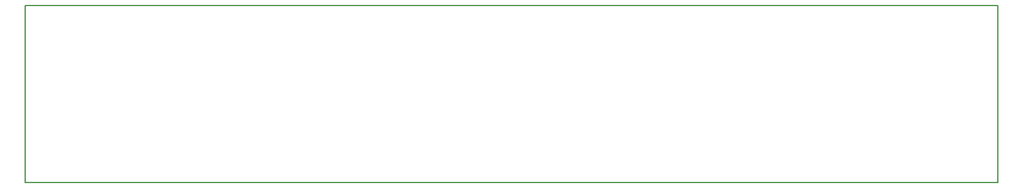
<source format=gm1>
G04 MADE WITH FRITZING*
G04 WWW.FRITZING.ORG*
G04 DOUBLE SIDED*
G04 HOLES PLATED*
G04 CONTOUR ON CENTER OF CONTOUR VECTOR*
%ASAXBY*%
%FSLAX23Y23*%
%MOIN*%
%OFA0B0*%
%SFA1.0B1.0*%
%ADD10R,5.292020X0.973787*%
%ADD11C,0.008000*%
%ADD10C,0.008*%
%LNCONTOUR*%
G90*
G70*
G54D10*
G54D11*
X4Y970D02*
X5288Y970D01*
X5288Y4D01*
X4Y4D01*
X4Y970D01*
D02*
G04 End of contour*
M02*
</source>
